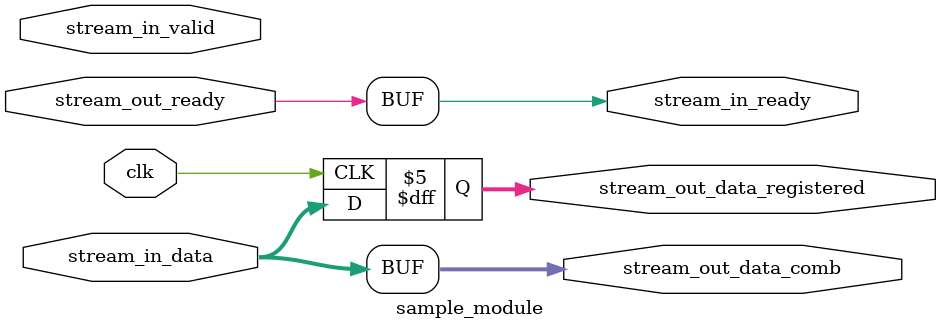
<source format=v>

`timescale 1 ps / 1 ps

module sample_module (
    input                                       clk,

    output reg                                  stream_in_ready,
    input                                       stream_in_valid,
    input  [7:0]                                stream_in_data,

    input                                       stream_out_ready,
    output reg [7:0]                            stream_out_data_comb,
    output reg [7:0]                            stream_out_data_registered
);

always @(posedge clk)
    stream_out_data_registered <= stream_in_data;

always @(stream_in_data)
    stream_out_data_comb = stream_in_data;

always @(stream_out_ready)
    stream_in_ready      = stream_out_ready;


initial begin
     $dumpfile("waveform.vcd");
     $dumpvars(0,sample_module);

//   TODO: Move into a separate test
//     #500000 $fail_test("Test timed out, failing...");
end

endmodule

</source>
